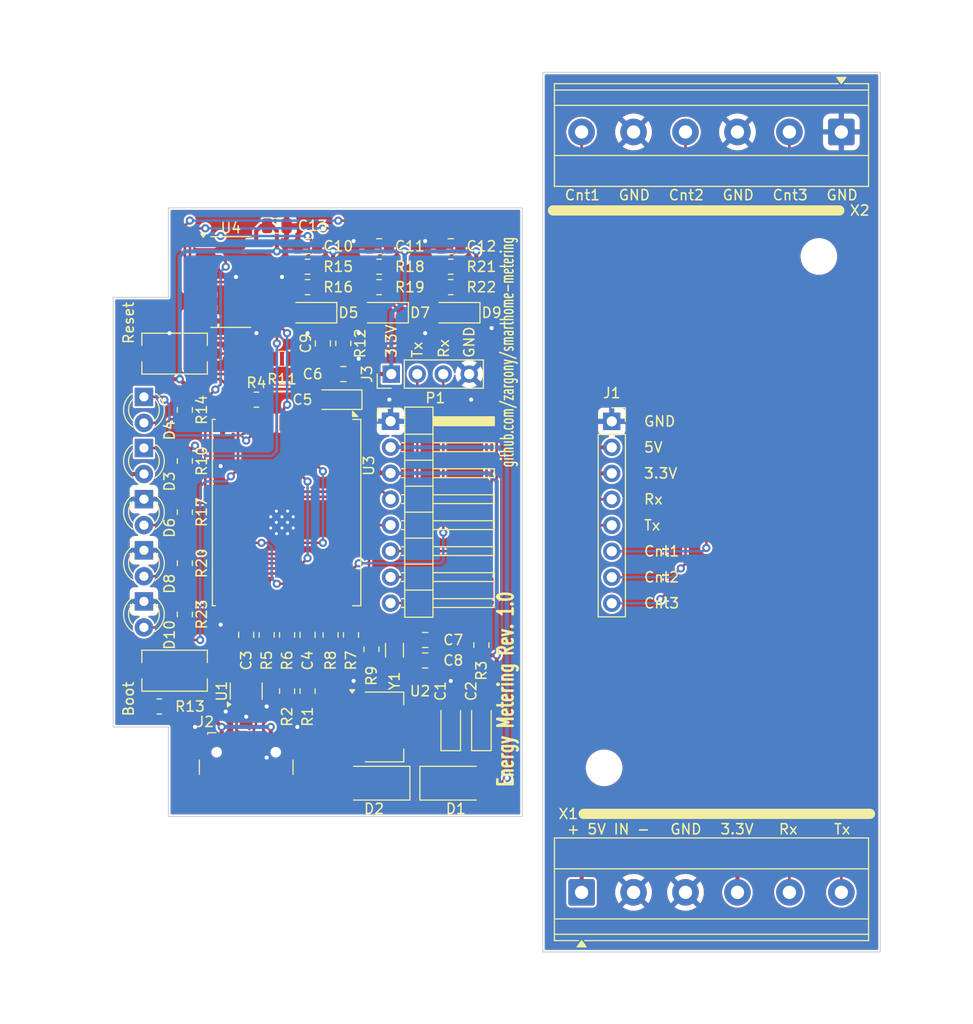
<source format=kicad_pcb>
(kicad_pcb (version 20241229) (generator "pcbnew") (generator_version "9.0")
  (title_block (title "Smart Home Energy Metering") (date "2025-06-27") (rev "1.0") (comment 1 "https://github.com/zargony/smarthome-metering") (comment 2 "PCB for Camdenboss CNMB-2-2 DIN rail enclosure"))
  (layers (0 "F.Cu" signal) (2 "B.Cu" power) (13 "F.Paste" user) (15 "B.Paste" user) (5 "F.SilkS" user "F.Silkscreen") (7 "B.SilkS" user "B.Silkscreen") (1 "F.Mask" user) (3 "B.Mask" user) (25 "Edge.Cuts" user))
  (net 0 "")
  (net 1 "GND")
  (net 2 "+3.3V")
  (net 3 "/CONTACT1")
  (net 4 "/CONTACT2")
  (net 5 "/CONTACT3")
  (net 6 "/UART_TX")
  (net 7 "/UART_RX")
  (net 8 "+5V")
  (net 9 "/USB_D-")
  (net 10 "/USB_D+")
  (net 11 "/EN")
  (net 12 "Net-(C8-Pad1)")
  (net 13 "Net-(C7-Pad1)")
  (net 14 "Net-(D7-K)")
  (net 15 "Net-(D9-K)")
  (net 16 "Net-(D3-K)")
  (net 17 "Net-(D4-A)")
  (net 18 "/IO8")
  (net 19 "Net-(D6-A)")
  (net 20 "Net-(D5-K)")
  (net 21 "Net-(D8-A)")
  (net 22 "Net-(D10-A)")
  (net 23 "Net-(R10-Pad1)")
  (net 24 "/PROG_TX")
  (net 25 "/PROG_RX")
  (net 26 "Net-(U3-IO2)")
  (net 27 "Net-(U3-IO7)")
  (net 28 "Net-(U3-IO18)")
  (net 29 "Net-(U3-IO19)")
  (net 30 "Net-(R11-Pad1)")
  (net 31 "/XTAL_32K+")
  (net 32 "/XTAL_32K-")
  (net 33 "/IO9")
  (net 35 "/IO3")
  (net 36 "/IO4")
  (net 37 "/IO5")
  (net 40 "/VIN")
  (net 41 "/VBUS")
  (net 42 "Net-(J1-Pin_5)")
  (net 43 "Net-(J1-Pin_3)")
  (net 44 "Net-(J1-Pin_4)")
  (net 45 "Net-(J1-Pin_2)")
  (net 46 "Net-(J1-Pin_7)")
  (net 47 "Net-(J1-Pin_6)")
  (net 48 "Net-(J1-Pin_8)")
  (net 49 "GND1")
  (net 50 "Net-(J2-D--PadA7)")
  (net 51 "Net-(J2-CC1)")
  (net 54 "Net-(J2-D+-PadA6)")
  (net 55 "Net-(J2-CC2)")
  (footprint "Package_TO_SOT_SMD:SOT-223-3_TabPin2" (layer "F.Cu") (at 68 121)
    (property "Reference" "U2")
    (property "Value" "AMS1117-3.3")
  )
  (footprint "Resistor_SMD:R_0805_2012Metric" (layer "F.Cu") (at 67.5 76 180)
    (property "Reference" "R18")
    (property "Value" "10k")
  )
  (footprint "Connector_PinHeader_2.54mm:PinHeader_1x08_P2.54mm_Horizontal" (layer "F.Cu") (at 68.615 91.11)
    (property "Reference" "P1")
    (property "Value" "Conn_01x08")
  )
  (footprint "Resistor_SMD:R_0805_2012Metric" (layer "F.Cu") (at 66.75 113.4125 90)
    (property "Reference" "R9")
    (property "Value" "NC")
  )
  (footprint "Resistor_SMD:R_0805_2012Metric" (layer "F.Cu") (at 55.5 89)
    (property "Reference" "R4")
    (property "Value" "499")
  )
  (footprint "Button_Switch_SMD:SW_Tactile_SPST_NO_Straight_CK_PTS636Sx25SMTRLFS" (layer "F.Cu") (at 47.5 115.5)
    (property "Reference" "SW2" (hide yes))
    (property "Value" "Boot")
  )
  (footprint "Resistor_SMD:R_0805_2012Metric" (layer "F.Cu") (at 60.5 117.5 90)
    (property "Reference" "R1")
    (property "Value" "5k1")
  )
  (footprint "Resistor_SMD:R_0805_2012Metric" (layer "F.Cu") (at 48.5 100 -90)
    (property "Reference" "R17")
    (property "Value" "1k")
  )
  (footprint "Package_SO:SOIC-14_3.9x8.7mm_P1.27mm" (layer "F.Cu") (at 53 77.5)
    (property "Reference" "U4")
    (property "Value" "74HC14")
  )
  (footprint "Button_Switch_SMD:SW_Tactile_SPST_NO_Straight_CK_PTS636Sx25SMTRLFS" (layer "F.Cu") (at 47.5 84.5 180)
    (property "Reference" "SW1" (hide yes))
    (property "Value" "Reset")
  )
  (footprint "MountingHole:MountingHole_3.2mm_M3" (layer "F.Cu") (at 89.5 125)
    (property "Reference" "H1" (hide yes))
    (property "Value" "MountingHole" (hide yes))
  )
  (footprint "Resistor_SMD:R_0805_2012Metric" (layer "F.Cu") (at 60.5 78)
    (property "Reference" "R16")
    (property "Value" "10k")
  )
  (footprint "Capacitor_Tantalum_SMD:CP_EIA-3216-18_Kemet-A" (layer "F.Cu") (at 74.5 121 90)
    (property "Reference" "C1")
    (property "Value" "10u")
  )
  (footprint "Diode_SMD:D_SOD-123" (layer "F.Cu") (at 75 80.5 180)
    (property "Reference" "D9")
    (property "Value" "1N4148W")
  )
  (footprint "Resistor_SMD:R_0805_2012Metric" (layer "F.Cu") (at 74.5 78)
    (property "Reference" "R22")
    (property "Value" "10k")
  )
  (footprint "RF_Module:ESP32-C3-WROOM-02U" (layer "F.Cu") (at 58.2 100.04 -90)
    (property "Reference" "U3")
    (property "Value" "ESP32-C3-WROOM-02U")
  )
  (footprint "Capacitor_SMD:C_0805_2012Metric" (layer "F.Cu") (at 60.5 112 90)
    (property "Reference" "C4")
    (property "Value" "TBD")
  )
  (footprint "Connector_PinSocket_2.54mm:PinSocket_1x08_P2.54mm_Vertical" (layer "F.Cu") (at 90.25 91.125)
    (property "Reference" "J1")
    (property "Value" "Conn_01x08")
  )
  (footprint "Resistor_SMD:R_0805_2012Metric" (layer "F.Cu") (at 74.5 76 180)
    (property "Reference" "R21")
    (property "Value" "10k")
  )
  (footprint "Capacitor_SMD:C_0805_2012Metric" (layer "F.Cu") (at 54.5 112 90)
    (property "Reference" "C3")
    (property "Value" "TBD")
  )
  (footprint "Resistor_SMD:R_0805_2012Metric" (layer "F.Cu") (at 58 85)
    (property "Reference" "R11")
    (property "Value" "0")
  )
  (footprint "MountingHole:MountingHole_3.2mm_M3" (layer "F.Cu") (at 110.5 75)
    (property "Reference" "H2" (hide yes))
    (property "Value" "MountingHole" (hide yes))
  )
  (footprint "Capacitor_SMD:C_0805_2012Metric" (layer "F.Cu") (at 64 86.5 180)
    (property "Reference" "C6")
    (property "Value" "100n")
  )
  (footprint "Capacitor_SMD:C_0805_2012Metric" (layer "F.Cu") (at 72 114.5)
    (property "Reference" "C8")
    (property "Value" "12p")
  )
  (footprint "LED_THT:LED_D3.0mm" (layer "F.Cu") (at 44.5 93.73 -90)
    (property "Reference" "D3")
    (property "Value" "LED")
  )
  (footprint "Diode_SMD:D_SOD-123" (layer "F.Cu") (at 68 80.5 180)
    (property "Reference" "D7")
    (property "Value" "1N4148W")
  )
  (footprint "LED_THT:LED_D3.0mm" (layer "F.Cu") (at 44.5 88.73 -90)
    (property "Reference" "D4")
    (property "Value" "LED")
  )
  (footprint "Resistor_SMD:R_0805_2012Metric" (layer "F.Cu") (at 58.5 112 90)
    (property "Reference" "R6")
    (property "Value" "0")
  )
  (footprint "Diode_SMD:D_SMA" (layer "F.Cu") (at 67 126.5 180)
    (property "Reference" "D2")
    (property "Value" "SS12")
  )
  (footprint "Resistor_SMD:R_0805_2012Metric" (layer "F.Cu") (at 58.5 117.5 90)
    (property "Reference" "R2")
    (property "Value" "5k1")
  )
  (footprint "Capacitor_SMD:C_0805_2012Metric" (layer "F.Cu") (at 72 112.5)
    (property "Reference" "C7")
    (property "Value" "12p")
  )
  (footprint "Resistor_SMD:R_0805_2012Metric" (layer "F.Cu") (at 48.5 95 -90)
    (property "Reference" "R10")
    (property "Value" "1k")
  )
  (footprint "Resistor_SMD:R_0805_2012Metric" (layer "F.Cu") (at 64 83.5 -90)
    (property "Reference" "R12")
    (property "Value" "10k")
  )
  (footprint "TerminalBlock_Phoenix:TerminalBlock_Phoenix_MKDS-1,5-6-5.08_1x06_P5.08mm_Horizontal" (layer "F.Cu") (at 112.7 62.8275 180)
    (property "Reference" "X2")
    (property "Value" "Screw_Terminal_01x06")
  )
  (footprint "Package_TO_SOT_SMD:SOT-23-6" (layer "F.Cu") (at 54.5 117.5 90)
    (property "Reference" "U1")
    (property "Value" "USBLC6-2SC6")
  )
  (footprint "Connector_PinHeader_2.54mm:PinHeader_1x04_P2.54mm_Vertical" (layer "F.Cu") (at 68.69 86.5 90)
    (property "Reference" "J3")
    (property "Value" "Prog")
  )
  (footprint "Capacitor_SMD:C_0805_2012Metric" (layer "F.Cu") (at 74.5 74 180)
    (property "Reference" "C12")
    (property "Value" "100n")
  )
  (footprint "Resistor_SMD:R_0805_2012Metric" (layer "F.Cu") (at 48.5 90 -90)
    (property "Reference" "R14")
    (property "Value" "1k")
  )
  (footprint "Resistor_SMD:R_0805_2012Metric" (layer "F.Cu") (at 67.5 78)
    (property "Reference" "R19")
    (property "Value" "10k")
  )
  (footprint "Resistor_SMD:R_0805_2012Metric" (layer "F.Cu") (at 62.75 112 -90)
    (property "Reference" "R8")
    (property "Value" "0")
  )
  (footprint "TerminalBlock_Phoenix:TerminalBlock_Phoenix_MKDS-1,5-6-5.08_1x06_P5.08mm_Horizontal" (layer "F.Cu") (at 87.3 137.1725)
    (property "Reference" "X1")
    (property "Value" "Screw_Terminal_01x06")
  )
  (footprint "Capacitor_Tantalum_SMD:CP_EIA-3216-18_Kemet-A" (layer "F.Cu") (at 77.5 121 90)
    (property "Reference" "C2")
    (property "Value" "22u")
  )
  (footprint "Resistor_SMD:R_0805_2012Metric" (layer "F.Cu") (at 48.5 105 -90)
    (property "Reference" "R20")
    (property "Value" "1k")
  )
  (footprint "LED_THT:LED_D3.0mm" (layer "F.Cu") (at 44.5 103.73 -90)
    (property "Reference" "D8")
    (property "Value" "LED")
  )
  (footprint "Resistor_SMD:R_0805_2012Metric" (layer "F.Cu") (at 46 119)
    (property "Reference" "R13")
    (property "Value" "10k")
  )
  (footprint "Capacitor_SMD:C_0805_2012Metric" (layer "F.Cu") (at 67.5 74 180)
    (property "Reference" "C11")
    (property "Value" "100n")
  )
  (footprint "Resistor_SMD:R_0805_2012Metric" (layer "F.Cu") (at 64.75 112 -90)
    (property "Reference" "R7")
    (property "Value" "0")
  )
  (footprint "Capacitor_SMD:C_0805_2012Metric" (layer "F.Cu") (at 62 83.5 90)
    (property "Reference" "C9")
    (property "Value" "1u")
  )
  (footprint "Diode_SMD:D_SOD-123" (layer "F.Cu") (at 61 80.5 180)
    (property "Reference" "D5")
    (property "Value" "1N4148W")
  )
  (footprint "Connector_USB:USB_C_Receptacle_GCT_USB4110" (layer "F.Cu") (at 54.5 126.08)
    (property "Reference" "J2")
    (property "Value" "USB_C_Receptacle_USB2.0_16P")
  )
  (footprint "Crystal:Crystal_SMD_3215-2Pin_3.2x1.5mm" (layer "F.Cu") (at 69 113.5 -90)
    (property "Reference" "Y1")
    (property "Value" "32.768kHz")
  )
  (footprint "Capacitor_Tantalum_SMD:CP_EIA-3216-18_Kemet-A" (layer "F.Cu") (at 63.5 89 180)
    (property "Reference" "C5")
    (property "Value" "10u")
  )
  (footprint "Resistor_SMD:R_0805_2012Metric" (layer "F.Cu") (at 48.5 110 -90)
    (property "Reference" "R23")
    (property "Value" "1k")
  )
  (footprint "Resistor_SMD:R_0805_2012Metric" (layer "F.Cu") (at 60.5 76 180)
    (property "Reference" "R15")
    (property "Value" "10k")
  )
  (footprint "Capacitor_SMD:C_0805_2012Metric" (layer "F.Cu") (at 60.5 74 180)
    (property "Reference" "C10")
    (property "Value" "100n")
  )
  (footprint "Resistor_SMD:R_0805_2012Metric" (layer "F.Cu") (at 56.5 112 90)
    (property "Reference" "R5")
    (property "Value" "0")
  )
  (footprint "Diode_SMD:D_SMA" (layer "F.Cu") (at 75 126.5)
    (property "Reference" "D1")
    (property "Value" "SS12")
  )
  (footprint "Resistor_SMD:R_0805_2012Metric" (layer "F.Cu") (at 77.5 113 90)
    (property "Reference" "R3")
    (property "Value" "10k")
  )
  (footprint "LED_THT:LED_D3.0mm" (layer "F.Cu") (at 44.5 98.73 -90)
    (property "Reference" "D6")
    (property "Value" "LED")
  )
  (footprint "LED_THT:LED_D3.0mm" (layer "F.Cu") (at 44.5 108.73 -90)
    (property "Reference" "D10")
    (property "Value" "LED")
  )
  (footprint "Capacitor_SMD:C_0805_2012Metric" (layer "F.Cu") (at 57.5 72)
    (property "Reference" "C13")
    (property "Value" "100n")
  )
  (gr_line (start 84.5 70.5) (end 112.5 70.5) (stroke (width 1)) (layer "F.SilkS"))
  (gr_line (start 87.5 129.5) (end 115.5 129.5) (stroke (width 1)) (layer "F.SilkS"))
  (gr_line (start 83.5 143) (end 83.5 57) (stroke (width 0.1)) (layer "Edge.Cuts"))
  (gr_line (start 46.9 79) (end 41.5 79) (stroke (width 0.1)) (layer "Edge.Cuts"))
  (gr_line (start 81.5 129.75) (end 46.9 129.75) (stroke (width 0.1)) (layer "Edge.Cuts"))
  (gr_line (start 46.9 70.25) (end 81.5 70.25) (stroke (width 0.1)) (layer "Edge.Cuts"))
  (gr_line (start 116.5 143) (end 83.5 143) (stroke (width 0.1)) (layer "Edge.Cuts"))
  (gr_line (start 46.9 79) (end 46.9 70.25) (stroke (width 0.1)) (layer "Edge.Cuts"))
  (gr_line (start 46.9 121) (end 46.9 129.75) (stroke (width 0.1)) (layer "Edge.Cuts"))
  (gr_line (start 41.5 79) (end 41.5 121) (stroke (width 0.1)) (layer "Edge.Cuts"))
  (gr_line (start 41.5 121) (end 46.9 121) (stroke (width 0.1)) (layer "Edge.Cuts"))
  (gr_line (start 83.5 57) (end 116.5 57) (stroke (width 0.1)) (layer "Edge.Cuts"))
  (gr_line (start 81.5 70.25) (end 81.5 129.75) (stroke (width 0.1)) (layer "Edge.Cuts"))
  (gr_line (start 116.5 57) (end 116.5 143) (stroke (width 0.1)) (layer "Edge.Cuts"))
  (gr_text "GND" (at 76.31 85 90) (layer "F.SilkS") (effects (font (size 1 1)) (justify left)))
  (gr_text "Tx" (at 71.23 85 90) (layer "F.SilkS") (effects (font (size 1 1)) (justify left)))
  (gr_text "Tx" (at 112.776 131 0) (layer "F.SilkS") (effects (font (size 1 1))))
  (gr_text "Cnt3" (at 107.696 69 0) (layer "F.SilkS") (effects (font (size 1 1))))
  (gr_text "GND" (at 97.5 131 0) (layer "F.SilkS") (effects (font (size 1 1))))
  (gr_text "3.3V" (at 102.5 131 0) (layer "F.SilkS") (effects (font (size 1 1))))
  (gr_text "Cnt1" (at 87.376 69 0) (layer "F.SilkS") (effects (font (size 1 1))))
  (gr_text "Cnt2" (at 97.536 69 0) (layer "F.SilkS") (effects (font (size 1 1))))
  (gr_text "github.com/zargony/smarthome-metering" (at 80.75 73 90) (layer "F.SilkS") (effects (font (size 1.25 0.7) (thickness 0.15) (bold yes)) (justify right bottom)))
  (gr_text "GND" (at 112.776 69 0) (layer "F.SilkS") (effects (font (size 1 1))))
  (gr_text "Cnt3" (at 93.311 108.905 0) (layer "F.SilkS") (effects (font (size 1 1)) (justify left)))
  (gr_text "Energy Metering Rev. ${REVISION}" (at 80.75 127 90) (layer "F.SilkS") (effects (font (size 1.5 1) (thickness 0.25) (bold yes)) (justify left bottom)))
  (gr_text "Rx" (at 107.5 131 0) (layer "F.SilkS") (effects (font (size 1 1))))
  (gr_text "3.3V" (at 68.69 85 90) (layer "F.SilkS") (effects (font (size 1 1)) (justify left)))
  (gr_text "Rx" (at 73.825 85 90) (layer "F.SilkS") (effects (font (size 1 1)) (justify left)))
  (gr_text "Tx" (at 93.311 101.285 0) (layer "F.SilkS") (effects (font (size 1 1)) (justify left)))
  (gr_text "Rx" (at 93.311 98.745 0) (layer "F.SilkS") (effects (font (size 1 1)) (justify left)))
  (gr_text "Cnt1" (at 93.311 103.825 0) (layer "F.SilkS") (effects (font (size 1 1)) (justify left)))
  (gr_text "GND" (at 93.311 91.125 0) (layer "F.SilkS") (effects (font (size 1 1)) (justify left)))
  (gr_text "GND" (at 102.616 69 0) (layer "F.SilkS") (effects (font (size 1 1))))
  (gr_text "5V" (at 93.311 93.665 0) (layer "F.SilkS") (effects (font (size 1 1)) (justify left)))
  (gr_text "GND" (at 92.456 69 0) (layer "F.SilkS") (effects (font (size 1 1))))
  (gr_text "Cnt2" (at 93.311 106.365 0) (layer "F.SilkS") (effects (font (size 1 1)) (justify left)))
  (gr_text "+ 5V IN -" (at 89.916 131 0) (layer "F.SilkS") (effects (font (size 1 1))))
  (gr_text "3.3V" (at 93.311 96.205 0) (layer "F.SilkS") (effects (font (size 1 1)) (justify left)))
  (segment (start 49.965 122.4) (end 49.39 122.975) (width 0.4) (layer "F.Cu") (net 1))
  (segment (start 57.7 122.4) (end 59.035 122.4) (width 0.4) (layer "F.Cu") (net 1))
  (segment (start 59.035 122.4) (end 59.61 122.975) (width 0.4) (layer "F.Cu") (net 1))
  (segment (start 59.5 122.865) (end 59.5 121) (width 0.4) (layer "F.Cu") (net 1))
  (segment (start 54.5 118.6375) (end 54.5 120) (width 0.4) (layer "F.Cu") (net 1))
  (segment (start 51.3 122.4) (end 49.965 122.4) (width 0.4) (layer "F.Cu") (net 1))
  (segment (start 59.61 122.975) (end 59.5 122.865) (width 0.4) (layer "F.Cu") (net 1))
  (segment (start 49.39 122.975) (end 49.39 126.905) (width 0.4) (layer "F.Cu") (net 1))
  (via (at 49.5 121) (size 0.8) (drill 0.4) (layers "F.Cu" "B.Cu") (net 1))
  (via (at 65.5 85) (size 0.8) (drill 0.4) (layers "F.Cu" "B.Cu") (net 1))
  (via (at 74.5 116.5) (size 0.8) (drill 0.4) (layers "F.Cu" "B.Cu") (net 1))
  (via (at 59.5 121) (size 0.8) (drill 0.4) (layers "F.Cu" "B.Cu") (net 1))
  (via (at 65 73.5) (size 0.8) (drill 0.4) (layers "F.Cu" "B.Cu") (net 1))
  (via (at 52.5 119.5) (size 0.8) (drill 0.4) (layers "F.Cu" "B.Cu") (net 1))
  (via (at 53.5 77) (size 0.8) (drill 0.4) (layers "F.Cu" "B.Cu") (net 1))
  (via (at 68.5 89) (size 0.8) (drill 0.4) (layers "F.Cu" "B.Cu") (net 1))
  (via (at 54.5 120) (size 0.8) (drill 0.4) (layers "F.Cu" "B.Cu") (net 1))
  (via (at 52 95.5) (size 0.8) (drill 0.4) (layers "F.Cu" "B.Cu") (net 1))
  (via (at 72 82.5) (size 0.8) (drill 0.4) (layers "F.Cu" "B.Cu") (net 1))
  (via (at 58 77) (size 0.8) (drill 0.4) (layers "F.Cu" "B.Cu") (net 1))
  (via (at 65.5 82.5) (size 0.8) (drill 0.4) (layers "F.Cu" "B.Cu") (net 1))
  (via (at 65 116.5) (size 0.8) (drill 0.4) (layers "F.Cu" "B.Cu") (net 1))
  (via (at 72 73.5) (size 0.8) (drill 0.4) (layers "F.Cu" "B.Cu") (net 1))
  (via (at 60.5 82.5) (size 0.8) (drill 0.4) (layers "F.Cu" "B.Cu") (net 1))
  (via (at 47 82.5) (size 0.8) (drill 0.4) (layers "F.Cu" "B.Cu") (net 1))
  (via (at 55.5 82.5) (size 0.8) (drill 0.4) (layers "F.Cu" "B.Cu") (net 1))
  (via (at 56.5 119) (size 0.8) (drill 0.4) (layers "F.Cu" "B.Cu") (net 1))
  (via (at 56.5 124) (size 0.8) (drill 0.4) (layers "F.Cu" "B.Cu") (net 1))
  (via (at 52 111) (size 0.8) (drill 0.4) (layers "F.Cu" "B.Cu") (net 1))
  (via (at 78.5 82) (size 0.8) (drill 0.4) (layers "F.Cu" "B.Cu") (net 1))
  (via (at 76.5 89) (size 0.8) (drill 0.4) (layers "F.Cu" "B.Cu") (net 1))
  (segment (start 67.69 96.19) (end 67 95.5) (width 0.4) (layer "F.Cu") (net 2))
  (segment (start 69.5 76) (end 68.4125 76) (width 0.4) (layer "F.Cu") (net 2))
  (segment (start 71.15 121) (end 75.5 121) (width 0.4) (layer "F.Cu") (net 2))
  (segment (start 48.5 89.0875) (end 48.5 87.5) (width 0.4) (layer "F.Cu") (net 2))
  (segment (start 77.5 122.3525) (end 76.8525 122.3525) (width 0.4) (layer "F.Cu") (net 2))
  (segment (start 77.5875 114) (end 77.5 113.9125) (width 0.4) (layer "F.Cu") (net 2))
  (segment (start 64 77.5) (end 62.5 76) (width 0.4) (layer "F.Cu") (net 2))
  (segment (start 64 82.5875) (end 64 77.5) (width 0.4) (layer "F.Cu") (net 2))
  (segment (start 76.5 76) (end 75.4125 76) (width 0.4) (layer "F.Cu") (net 2))
  (segment (start 77 75.5) (end 76.5 76) (width 0.4) (layer "F.Cu") (net 2))
  (segment (start 79 121.5) (end 78.1475 122.3525) (width 0.4) (layer "F.Cu") (net 2))
  (segment (start 48 87) (end 43 87) (width 0.4) (layer "F.Cu") (net 2))
  (segment (start 76.8525 122.3525) (end 75.5 121) (width 0.4) (layer "F.Cu") (net 2))
  (segment (start 68.615 96.19) (end 67.69 96.19) (width 0.4) (layer "F.Cu") (net 2))
  (segment (start 63 74.5) (end 63 75.5) (width 0.4) (layer "F.Cu") (net 2))
  (segment (start 78.1475 122.3525) (end 77.5 122.3525) (width 0.4) (layer "F.Cu") (net 2))
  (segment (start 43 87) (end 42.5 87.5) (width 0.4) (layer "F.Cu") (net 2))
  (segment (start 67 95.5) (end 67 86.5) (width 0.4) (layer "F.Cu") (net 2))
  (segment (start 57 72) (end 57.5 72.5) (width 0.4) (layer "F.Cu") (net 2))
  (segment (start 42.5 118.5) (end 43 119) (width 0.4) (layer "F.Cu") (net 2))
  (segment (start 63 75.5) (end 62.5 76) (width 0.4) (layer "F.Cu") (net 2))
  (segment (start 64.95 88.9025) (end 64.8525 89) (width 0.4) (layer "F.Cu") (net 2))
  (segment (start 64.85 121) (end 71.15 121) (width 0.4) (layer "F.Cu") (net 2))
  (segment (start 61.4125 76) (end 62.5 76) (width 0.4) (layer "F.Cu") (net 2))
  (segment (start 70 75.5) (end 69.5 76) (width 0.4) (layer "F.Cu") (net 2))
  (segment (start 42.5 87.5) (end 42.5 118.5) (width 0.4) (layer "F.Cu") (net 2))
  (segment (start 64.95 86.5) (end 64.95 88.9025) (width 0.4) (layer "F.Cu") (net 2))
  (segment (start 55.475 73.69) (end 55.475 72.525) (width 0.4) (layer "F.Cu") (net 2))
  (segment (start 79 114) (end 77.5875 114) (width 0.4) (layer "F.Cu") (net 2))
  (segment (start 56.55 72) (end 57 72) (width 0.4) (layer "F.Cu") (net 2))
  (segment (start 79 114) (end 79 121.5) (width 0.4) (layer "F.Cu") (net 2))
  (segment (start 48.5 87.5) (end 48 87) (width 0.4) (layer "F.Cu") (net 2))
  (segment (start 57.5 72.5) (end 57.5 74.5) (width 0.4) (layer "F.Cu") (net 2))
  (segment (start 56 72) (end 56.55 72) (width 0.4) (layer "F.Cu") (net 2))
  (segment (start 44.5 96.27) (end 42.5 96.27) (width 0.4) (layer "F.Cu") (net 2))
  (segment (start 70 74.5) (end 70 75.5) (width 0.4) (layer "F.Cu") (net 2))
  (segment (start 43 119) (end 45.0875 119) (width 0.4) (layer "F.Cu") (net 2))
  (segment (start 64.8525 90.6375) (end 64.2 91.29) (width 0.4) (layer "F.Cu") (net 2))
  (segment (start 67 86.5) (end 68.69 86.5) (width 0.4) (layer "F.Cu") (net 2))
  (segment (start 64.8525 89) (end 64.8525 90.6375) (width 0.4) (layer "F.Cu") (net 2))
  (segment (start 64.95 86.5) (end 67 86.5) (width 0.4) (layer "F.Cu") (net 2))
  (segment (start 55.475 72.525) (end 56 72) (width 0.4) (layer "F.Cu") (net 2))
  (segment (start 77 74.5) (end 77 75.5) (width 0.4) (layer "F.Cu") (net 2))
  (via (at 57.5 74.5) (size 0.8) (drill 0.4) (layers "F.Cu" "B.Cu") (net 2))
  (via (at 79 114) (size 0.8) (drill 0.4) (layers "F.Cu" "B.Cu") (net 2))
  (via (at 70 74.5) (size 0.8) (drill 0.4) (layers "F.Cu" "B.Cu") (net 2))
  (via (at 63 74.5) (size 0.8) (drill 0.4) (layers "F.Cu" "B.Cu") (net 2))
  (via (at 48 87) (size 0.8) (drill 0.4) (layers "F.Cu" "B.Cu") (net 2))
  (via (at 77 74.5) (size 0.8) (drill 0.4) (layers "F.Cu" "B.Cu") (net 2))
  (segment (start 68.69 86.5) (end 68.69 80.5) (width 0.4) (layer "B.Cu") (net 2))
  (segment (start 48 75) (end 48 87) (width 0.4) (layer "B.Cu") (net 2))
  (segment (start 78.19 96.19) (end 79 97) (width 0.4) (layer "B.Cu") (net 2))
  (segment (start 79 97) (end 79 114) (width 0.4) (layer "B.Cu") (net 2))
  (segment (start 63 74.5) (end 57.5 74.5) (width 0.4) (layer "B.Cu") (net 2))
  (segment (start 57.5 74.5) (end 48.5 74.5) (width 0.4) (layer "B.Cu") (net 2))
  (segment (start 70 74.5) (end 77 74.5) (width 0.4) (layer "B.Cu") (net 2))
  (segment (start 68.615 96.19) (end 78.19 96.19) (width 0.4) (layer "B.Cu") (net 2))
  (segment (start 48.5 74.5) (end 48 75) (width 0.4) (layer "B.Cu") (net 2))
  (segment (start 68.69 80.5) (end 70 79.5) (width 0.4) (layer "B.Cu") (net 2))
  (segment (start 70 79.5) (end 70 74.5) (width 0.4) (layer "B.Cu") (net 2))
  (segment (start 63 74.5) (end 70 74.5) (width 0.4) (layer "B.Cu") (net 2))
  (segment (start 59.5875 78) (end 59.5875 79.4125) (width 0.25) (layer "F.Cu") (net 3))
  (segment (start 77.5 84) (end 65.5 84) (width 0.25) (layer "F.Cu") (net 3))
  (segment (start 59.35 82.85) (end 60 83.5) (width 0.25) (layer "F.Cu") (net 3))
  (segment (start 78 84.5) (end 77.5 84) (width 0.25) (layer "F.Cu") (net 3))
  (segment (start 59.35 80.5) (end 59.35 82.85) (width 0.25) (layer "F.Cu") (net 3))
  (segment (start 68.615 103.81) (end 77.69 103.81) (width 0.25) (layer "F.Cu") (net 3))
  (segment (start 65.5 84) (end 65 83.5) (width 0.25) (layer "F.Cu") (net 3))
  (segment (start 59.5875 79.4125) (end 59.35 79.65) (width 0.25) (layer "F.Cu") (net 3))
  (segment (start 59.35 79.65) (end 59.35 80.5) (width 0.25) (layer "F.Cu") (net 3))
  (segment (start 78 103.5) (end 78 84.5) (width 0.25) (layer "F.Cu") (net 3))
  (segment (start 77.69 103.81) (end 78 103.5) (width 0.25) (layer "F.Cu") (net 3))
  (segment (start 65 83.5) (end 60 83.5) (width 0.25) (layer "F.Cu") (net 3))
  (segment (start 59.5875 76) (end 59.5875 78) (width 0.25) (layer "F.Cu") (net 3))
  (segment (start 66.5875 79.4125) (end 66.35 79.65) (width 0.25) (layer "F.Cu") (net 4))
  (segment (start 66.5875 78) (end 66.5875 79.4125) (width 0.25) (layer "F.Cu") (net 4))
  (segment (start 66.5875 76) (end 66.5875 78) (width 0.25) (layer "F.Cu") (net 4))
  (segment (start 78.15 106.35) (end 78.5 106) (width 0.25) (layer "F.Cu") (net 4))
  (segment (start 68.615 106.35) (end 78.15 106.35) (width 0.25) (layer "F.Cu") (net 4))
  (segment (start 78 83.5) (end 67 83.5) (width 0.25) (layer "F.Cu") (net 4))
  (segment (start 66.35 82.85) (end 67 83.5) (width 0.25) (layer "F.Cu") (net 4))
  (segment (start 66.35 80.5) (end 66.35 82.85) (width 0.25) (layer "F.Cu") (net 4))
  (segment (start 78.5 84) (end 78 83.5) (width 0.25) (layer "F.Cu") (net 4))
  (segment (start 66.35 79.65) (end 66.35 80.5) (width 0.25) (layer "F.Cu") (net 4))
  (segment (start 78.5 106) (end 78.5 84) (width 0.25) (layer "F.Cu") (net 4))
  (segment (start 73.35 82.35) (end 74 83) (width 0.25) (layer "F.Cu") (net 5))
  (segment (start 73.35 80.5) (end 73.35 82.35) (width 0.25) (layer "F.Cu") (net 5))
  (segment (start 73.35 79.65) (end 73.35 80.5) (width 0.25) (layer "F.Cu") (net 5))
  (segment (start 68.615 108.89) (end 78.61 108.89) (width 0.25) (layer "F.Cu") (net 5))
  (segment (start 79 83.5) (end 78.5 83) (width 0.25) (layer "F.Cu") (net 5))
  (segment (start 78.5 83) (end 74 83) (width 0.25) (layer "F.Cu") (net 5))
  (segment (start 79 108.5) (end 79 83.5) (width 0.25) (layer "F.Cu") (net 5))
  (segment (start 73.5875 78) (end 73.5875 76) (width 0.25) (layer "F.Cu") (net 5))
  (segment (start 73.5875 78) (end 73.5875 79.4125) (width 0.25) (layer "F.Cu") (net 5))
  (segment (start 78.61 108.89) (end 79 108.5) (width 0.25) (layer "F.Cu") (net 5))
  (segment (start 73.5875 79.4125) (end 73.35 79.65) (width 0.25) (layer "F.Cu") (net 5))
  (segment (start 51.5 98.5) (end 51 98) (width 0.25) (layer "F.Cu") (net 6))
  (segment (start 66 100.77) (end 66 99) (width 0.25) (layer "F.Cu") (net 6))
  (segment (start 51 98) (end 51 89.5) (width 0.25) (layer "F.Cu") (net 6))
  (segment (start 68.615 101.27) (end 66.5 101.27) (width 0.25) (layer "F.Cu") (net 6))
  (segment (start 66.5 101.27) (end 66 100.77) (width 0.25) (layer "F.Cu") (net 6))
  (segment (start 51.5 89) (end 54.5875 89) (width 0.25) (layer "F.Cu") (net 6))
  (segment (start 66 99) (end 65.5 98.5) (width 0.25) (layer "F.Cu") (net 6))
  (segment (start 51 89.5) (end 51.5 89) (width 0.25) (layer "F.Cu") (net 6))
  (segment (start 65.5 98.5) (end 51.5 98.5) (width 0.25) (layer "F.Cu") (net 6))
  (segment (start 58 80.54) (end 57.5 80.04) (width 0.25) (layer "F.Cu") (net 7))
  (segment (start 58.2 91.29) (end 58.2 97.2) (width 0.25) (layer "F.Cu") (net 7))
  (segment (start 67.885 98) (end 68.615 98.73) (width 0.25) (layer "F.Cu") (net 7))
  (segment (start 58.2 89.8) (end 58.5 89.5) (width 0.25) (layer "F.Cu") (net 7))
  (segment (start 58.5 82.5) (end 58 82) (width 0.25) (layer "F.Cu") (net 7))
  (segment (start 57.5 80.04) (end 55.475 80.04) (width 0.25) (layer "F.Cu") (net 7))
  (segment (start 59 98) (end 67.885 98) (width 0.25) (layer "F.Cu") (net 7))
  (segment (start 58 82) (end 58 80.54) (width 0.25) (layer "F.Cu") (net 7))
  (segment (start 58.2 97.2) (end 59 98) (width 0.25) (layer "F.Cu") (net 7))
  (segment (start 58.2 91.29) (end 58.2 89.8) (width 0.25) (layer "F.Cu") (net 7))
  (via (at 58.5 89.5) (size 0.8) (drill 0.4) (layers "F.Cu" "B.Cu") (net 7))
  (via (at 58.5 82.5) (size 0.8) (drill 0.4) (layers "F.Cu" "B.Cu") (net 7))
  (segment (start 58.5 82.5) (end 58.5 89.5) (width 0.25) (layer "B.Cu") (net 7))
  (segment (start 74.5 123.5) (end 74.5 122.3525) (width 0.4) (layer "F.Cu") (net 8))
  (segment (start 73 126.5) (end 73 125) (width 0.4) (layer "F.Cu") (net 8))
  (segment (start 66.8 123.3) (end 67.5 124) (width 0.4) (layer "F.Cu") (net 8))
  (segment (start 67.5 124) (end 72 124) (width 0.4) (layer "F.Cu") (net 8))
  (segment (start 73 125) (end 74.5 123.5) (width 0.4) (layer "F.Cu") (net 8))
  (segment (start 73.6475 122.3525) (end 74.5 122.3525) (width 0.4) (layer "F.Cu") (net 8))
  (segment (start 69 126.5) (end 73 126.5) (width 0.4) (layer "F.Cu") (net 8))
  (segment (start 72 124) (end 73.6475 122.3525) (width 0.4) (layer "F.Cu") (net 8))
  (segment (start 64.85 123.3) (end 66.8 123.3) (width 0.4) (layer "F.Cu") (net 8))
  (segment (start 56.5 114) (end 56.5 112.9125) (width 0.2) (layer "F.Cu") (net 9))
  (segment (start 53.55 115.45) (end 54.5 114.5) (width 0.2) (layer "F.Cu") (net 9))
  (segment (start 56 114.5) (end 56.5 114) (width 0.2) (layer "F.Cu") (net 9))
  (segment (start 56.4625 112.95) (end 56.5 112.9125) (width 0.2) (layer "F.Cu") (net 9))
  (segment (start 54.5 114.5) (end 56 114.5) (width 0.2) (layer "F.Cu") (net 9))
  (segment (start 53.55 116.3625) (end 53.55 115.45) (width 0.2) (layer "F.Cu") (net 9))
  (segment (start 54.5 112.95) (end 56.4625 112.95) (width 0.2) (layer "F.Cu") (net 9))
  (segment (start 58 114.5) (end 58.5 114) (width 0.2) (layer "F.Cu") (net 10))
  (segment (start 60.5 112.95) (end 58.5375 112.95) (width 0.2) (layer "F.Cu") (net 10))
  (segment (start 58.5 114) (end 58.5 112.9125) (width 0.2) (layer "F.Cu") (net 10))
  (segment (start 55.45 116.3625) (end 55.45 115.55) (width 0.2) (layer "F.Cu") (net 10))
  (segment (start 57.5 114.5) (end 58 114.5) (width 0.2) (layer "F.Cu") (net 10))
  (segment (start 55.45 115.55) (end 56 115) (width 0.2) (layer "F.Cu") (net 10))
  (segment (start 58.5375 112.95) (end 58.5 112.9125) (width 0.2) (layer "F.Cu") (net 10))
  (segment (start 56 115) (end 57 115) (width 0.2) (layer "F.Cu") (net 10))
  (segment (start 57 115) (end 57.5 114.5) (width 0.2) (layer "F.Cu") (net 10))
  (segment (start 62.7 90.721) (end 62 90.021) (width 0.25) (layer "F.Cu") (net 11))
  (segment (start 61.444486 90.021) (end 61 89.576514) (width 0.25) (layer "F.Cu") (net 11))
  (segment (start 61 89.576514) (end 61 87) (width 0.25) (layer "F.Cu") (net 11))
  (segment (start 62 84.45) (end 61.55 84.45) (width 0.25) (layer "F.Cu") (net 11))
  (segment (start 64 84.4125) (end 62.0375 84.4125) (width 0.25) (layer "F.Cu") (net 11))
  (segment (start 62.7 91.29) (end 62.7 90.721) (width 0.25) (layer "F.Cu") (net 11))
  (segment (start 61.55 84.45) (end 61 85) (width 0.25) (layer "F.Cu") (net 11))
  (segment (start 62.0375 84.4125) (end 62 84.45) (width 0.25) (layer "F.Cu") (net 11))
  (segment (start 61 87) (end 61 85) (width 0.25) (layer "F.Cu") (net 11))
  (segment (start 58.9125 85) (end 61 85) (width 0.25) (layer "F.Cu") (net 11))
  (segment (start 62 90.021) (end 61.444486 90.021) (width 0.25) (layer "F.Cu") (net 11))
  (segment (start 71.05 114.5) (end 70.8 114.75) (width 0.25) (layer "F.Cu") (net 12))
  (segment (start 64.1625 114.325) (end 62.75 112.9125) (width 0.25) (layer "F.Cu") (net 12))
  (segment (start 69 114.75) (end 68.575 114.325) (width 0.25) (layer "F.Cu") (net 12))
  (segment (start 68.575 114.325) (end 66.75 114.325) (width 0.25) (layer "F.Cu") (net 12))
  (segment (start 66.75 114.325) (end 64.1625 114.325) (width 0.25) (layer "F.Cu") (net 12))
  (segment (start 70.8 114.75) (end 69 114.75) (width 0.25) (layer "F.Cu") (net 12))
  (segment (start 69 112.25) (end 68.75 112.5) (width 0.25) (layer "F.Cu") (net 13))
  (segment (start 66.75 112.5) (end 65.1625 112.5) (width 0.25) (layer "F.Cu") (net 13))
  (segment (start 65.1625 112.5) (end 64.75 112.9125) (width 0.25) (layer "F.Cu") (net 13))
  (segment (start 71.05 112.5) (end 70.8 112.25) (width 0.25) (layer "F.Cu") (net 13))
  (segment (start 68.75 112.5) (end 66.75 112.5) (width 0.25) (layer "F.Cu") (net 13))
  (segment (start 70.8 112.25) (end 69 112.25) (width 0.25) (layer "F.Cu") (net 13))
  (segment (start 68.4125 78) (end 67.5 77.0875) (width 0.25) (layer "F.Cu") (net 14))
  (segment (start 68.4125 79.2625) (end 69.65 80.5) (width 0.25) (layer "F.Cu") (net 14))
  (segment (start 62 72.25) (end 68 72.25) (width 0.25) (layer "F.Cu") (net 14))
  (segment (start 68.45 72.7) (end 68 72.25) (width 0.25) (layer "F.Cu") (net 14))
  (segment (start 49.75 72.25) (end 50.5 72.25) (width 0.25) (layer "F.Cu") (net 14))
  (segment (start 67.5 77.0875) (end 67.5 74.95) (width 0.25) (layer "F.Cu") (net 14))
  (segment (start 49 75.73) (end 49.550001 76.23) (width 0.25) (layer "F.Cu") (net 14))
  (segment (start 49 73) (end 49.75 72.25) (width 0.25) (layer "F.Cu") (net 14))
  (segment (start 68.4125 78) (end 68.4125 79.2625) (width 0.25) (layer "F.Cu") (net 14))
  (segment (start 49 73) (end 49 75.73) (width 0.25) (layer "F.Cu") (net 14))
  (segment (start 67.5 74.95) (end 68.45 74) (width 0.25) (layer "F.Cu") (net 14))
  (segment (start 49.550001 76.23) (end 50.525 76.23) (width 0.25) (layer "F.Cu") (net 14))
  (segment (start 68.45 74) (end 68.45 72.7) (width 0.25) (layer "F.Cu") (net 14))
  (via (at 50.5 72.25) (size 0.8) (drill 0.4) (layers "F.Cu" "B.Cu") (net 14))
  (via (at 62 72.25) (size 0.8) (drill 0.4) (layers "F.Cu" "B.Cu") (net 14))
  (segment (start 62 72.25) (end 50.5 72.25) (width 0.25) (layer "B.Cu") (net 14))
  (segment (start 49 71.5) (end 48.5 72) (width 0.25) (layer "F.Cu") (net 15))
  (segment (start 75.4125 78) (end 74.5 77.0875) (width 0.25) (layer "F.Cu") (net 15))
  (segment (start 49 78.77) (end 50.525 78.77) (width 0.25) (layer "F.Cu") (net 15))
  (segment (start 48.5 72) (end 48.5 78.27) (width 0.25) (layer "F.Cu") (net 15))
  (segment (start 75.4125 78) (end 75.4125 79.2625) (width 0.25) (layer "F.Cu") (net 15))
  (segment (start 74.5 74.95) (end 75.45 74) (width 0.25) (layer "F.Cu") (net 15))
  (segment (start 75.45 71.95) (end 75 71.5) (width 0.25) (layer "F.Cu") (net 15))
  (segment (start 63.5 71.5) (end 75 71.5) (width 0.25) (layer "F.Cu") (net 15))
  (segment (start 48.5 78.27) (end 49 78.77) (width 0.25) (layer "F.Cu") (net 15))
  (segment (start 75.45 74) (end 75.45 71.95) (width 0.25) (layer "F.Cu") (net 15))
  (segment (start 74.5 77.0875) (end 74.5 74.95) (width 0.25) (layer "F.Cu") (net 15))
  (segment (start 75.4125 79.2625) (end 76.65 80.5) (width 0.25) (layer "F.Cu") (net 15))
  (via (at 63.5 71.5) (size 0.8) (drill 0.4) (layers "F.Cu" "B.Cu") (net 15))
  (via (at 48.987347 71.487347) (size 0.8) (drill 0.4) (layers "F.Cu" "B.Cu") (net 15))
  (segment (start 49 71.5) (end 48.987347 71.487347) (width 0.25) (layer "B.Cu") (net 15))
  (segment (start 63.5 71.5) (end 49 71.5) (width 0.25) (layer "B.Cu") (net 15))
  (segment (start 44.5 93.73) (end 46.73 93.73) (width 0.25) (layer "F.Cu") (net 16))
  (segment (start 48.5 95.9125) (end 47.4125 95.9125) (width 0.25) (layer "F.Cu") (net 16))
  (segment (start 47.4125 95.9125) (end 47 95.5) (width 0.25) (layer "F.Cu") (net 16))
  (segment (start 47 94) (end 47 95.5) (width 0.25) (layer "F.Cu") (net 16))
  (segment (start 46.73 93.73) (end 47 94) (width 0.25) (layer "F.Cu") (net 16))
  (segment (start 47.0875 90.9125) (end 48.5 90.9125) (width 0.25) (layer "F.Cu") (net 17))
  (segment (start 44.5 91.27) (end 46.73 91.27) (width 0.25) (layer "F.Cu") (net 17))
  (segment (start 46.73 91.27) (end 47.0875 90.9125) (width 0.25) (layer "F.Cu") (net 17))
  (segment (start 55.2 92.3) (end 54.5 93) (width 0.25) (layer "F.Cu") (net 18))
  (segment (start 55.2 91.29) (end 55.2 92.3) (width 0.25) (layer "F.Cu") (net 18))
  (segment (start 46.5 89) (end 46.23 88.73) (width 0.25) (layer "F.Cu") (net 18))
  (segment (start 46.23 88.73) (end 44.5 88.73) (width 0.25) (layer "F.Cu") (net 18))
  (via (at 46.5 89) (size 0.8) (drill 0.4) (layers "F.Cu" "B.Cu") (net 18))
  (via (at 54.5 93) (size 0.8) (drill 0.4) (layers "F.Cu" "B.Cu") (net 18))
  (segment (start 54.5 93) (end 54 92.5) (width 0.25) (layer "B.Cu") (net 18))
  (segment (start 54 92.5) (end 47.5 92.5) (width 0.25) (layer "B.Cu") (net 18))
  (segment (start 47 89.5) (end 46.5 89) (width 0.25) (layer "B.Cu") (net 18))
  (segment (start 47 92) (end 47 89.5) (width 0.25) (layer "B.Cu") (net 18))
  (segment (start 47.5 92.5) (end 47 92) (width 0.25) (layer "B.Cu") (net 18))
  (segment (start 46.73 101.27) (end 47.0875 100.9125) (width 0.25) (layer "F.Cu") (net 19))
  (segment (start 47.0875 100.9125) (end 48.5 100.9125) (width 0.25) (layer "F.Cu") (net 19))
  (segment (start 44.5 101.27) (end 46.73 101.27) (width 0.25) (layer "F.Cu") (net 19))
  (segment (start 50.525 73.475) (end 51 73) (width 0.25) (layer "F.Cu") (net 20))
  (segment (start 61.4125 78) (end 61.4125 79.2625) (width 0.25) (layer "F.Cu") (net 20))
  (segment (start 61.4125 79.2625) (end 62.65 80.5) (width 0.25) (layer "F.Cu") (net 20))
  (segment (start 60.5 74.95) (end 61.45 74) (width 0.25) (layer "F.Cu") (net 20))
  (segment (start 60.5 73.05) (end 60.5 73) (width 0.25) (layer "F.Cu") (net 20))
  (segment (start 61.45 74) (end 60.5 73.05) (width 0.25) (layer "F.Cu") (net 20))
  (segment (start 50.525 73.69) (end 50.525 73.475) (width 0.25) (layer "F.Cu") (net 20))
  (segment (start 60.5 77.0875) (end 60.5 74.95) (width 0.25) (layer "F.Cu") (net 20))
  (segment (start 61.4125 78) (end 60.5 77.0875) (width 0.25) (layer "F.Cu") (net 20))
  (segment (start 51 73) (end 52 73) (width 0.25) (layer "F.Cu") (net 20))
  (via (at 60.5 73) (size 0.8) (drill 0.4) (layers "F.Cu" "B.Cu") (net 20))
  (via (at 52 73) (size 0.8) (drill 0.4) (layers "F.Cu" "B.Cu") (net 20))
  (segment (start 52 73) (end 60.5 73) (width 0.25) (layer "B.Cu") (net 20))
  (segment (start 47.0875 105.9125) (end 48.5 105.9125) (width 0.25) (layer "F.Cu") (net 21))
  (segment (start 46.73 106.27) (end 47.0875 105.9125) (width 0.25) (layer "F.Cu") (net 21))
  (segment (start 44.5 106.27) (end 46.73 106.27) (width 0.25) (layer "F.Cu") (net 21))
  (segment (start 46.73 111.27) (end 47.0875 110.9125) (width 0.25) (layer "F.Cu") (net 22))
  (segment (start 47.0875 110.9125) (end 48.5 110.9125) (width 0.25) (layer "F.Cu") (net 22))
  (segment (start 44.5 111.27) (end 46.73 111.27) (width 0.25) (layer "F.Cu") (net 22))
  (segment (start 57 81.31) (end 55.475 81.31) (width 0.25) (layer "F.Cu") (net 23))
  (segment (start 48.9125 94.0875) (end 48.5 94.0875) (width 0.25) (layer "F.Cu") (net 23))
  (segment (start 57.5 81.81) (end 57 81.31) (width 0.25) (layer "F.Cu") (net 23))
  (segment (start 57.5 83.5) (end 57.5 81.81) (width 0.25) (layer "F.Cu") (net 23))
  (segment (start 49.5 93.5) (end 48.9125 94.0875) (width 0.25) (layer "F.Cu") (net 23))
  (via (at 49.5 93.5) (size 0.8) (drill 0.4) (layers "F.Cu" "B.Cu") (net 23))
  (via (at 57.5 83.5) (size 0.8) (drill 0.4) (layers "F.Cu" "B.Cu") (net 23))
  (segment (start 50.5 94.5) (end 49.5 93.5) (width 0.25) (layer "B.Cu") (net 23))
  (segment (start 57 94.5) (end 50.5 94.5) (width 0.25) (layer "B.Cu") (net 23))
  (segment (start 57.5 83.5) (end 57.5 94) (width 0.25) (layer "B.Cu") (net 23))
  (segment (start 57.5 94) (end 57 94.5) (width 0.25) (layer "B.Cu") (net 23))
  (segment (start 66.5 103) (end 66.5 105.5) (width 0.25) (layer "F.Cu") (net 24))
  (segment (start 56 106) (end 55.5 106.5) (width 0.25) (layer "F.Cu") (net 24))
  (segment (start 67 102.5) (end 66.5 103) (width 0.25) (layer "F.Cu") (net 24))
  (segment (start 66.5 105.5) (end 66 106) (width 0.25) (layer "F.Cu") (net 24))
  (segment (start 70.5 102.5) (end 67 102.5) (width 0.25) (layer "F.Cu") (net 24))
  (segment (start 71.23 86.5) (end 71.23 101.77) (width 0.25) (layer "F.Cu") (net 24))
  (segment (start 55.5 108.49) (end 55.2 108.79) (width 0.25) (layer "F.Cu") (net 24))
  (segment (start 71.23 101.77) (end 70.5 102.5) (width 0.25) (layer "F.Cu") (net 24))
  (segment (start 66 106) (end 56 106) (width 0.25) (layer "F.Cu") (net 24))
  (segment (start 55.5 106.5) (end 55.5 108.49) (width 0.25) (layer "F.Cu") (net 24))
  (segment (start 54 105.5) (end 65 105.5) (width 0.25) (layer "F.Cu") (net 25))
  (segment (start 53.7 105.8) (end 54 105.5) (width 0.25) (layer "F.Cu") (net 25))
  (segment (start 65 105.5) (end 65.5 105) (width 0.25) (layer "F.Cu") (net 25))
  (segment (start 53.7 108.79) (end 53.7 105.8) (width 0.25) (layer "F.Cu") (net 25))
  (segment (start 73.77 86.5) (end 73.77 102) (width 0.25) (layer "F.Cu") (net 25))
  (via (at 65.5 105) (size 0.8) (drill 0.4) (layers "F.Cu" "B.Cu") (net 25))
  (via (at 73.77 102) (size 0.8) (drill 0.4) (layers "F.Cu" "B.Cu") (net 25))
  (segment (start 73.77 104.73) (end 73.5 105) (width 0.25) (layer "B.Cu") (net 25))
  (segment (start 73.77 102) (end 73.77 104.73) (width 0.25) (layer "B.Cu") (net 25))
  (segment (start 73.5 105) (end 65.5 105) (width 0.25) (layer "B.Cu") (net 25))
  (segment (start 61.2 107.3) (end 61.5 107) (width 0.25) (layer "F.Cu") (net 26))
  (segment (start 66 107) (end 66.5 107.5) (width 0.25) (layer "F.Cu") (net 26))
  (segment (start 66.5 110) (end 67 110.5) (width 0.25) (layer "F.Cu") (net 26))
  (segment (start 77 110.5) (end 77.5 111) (width 0.25) (layer "F.Cu") (net 26))
  (segment (start 66.5 107.5) (end 66.5 110) (width 0.25) (layer "F.Cu") (net 26))
  (segment (start 67 110.5) (end 77 110.5) (width 0.25) (layer "F.Cu") (net 26))
  (segment (start 61.2 108.79) (end 61.2 107.3) (width 0.25) (layer "F.Cu") (net 26))
  (segment (start 61.5 107) (end 66 107) (width 0.25) (layer "F.Cu") (net 26))
  (segment (start 77.5 111) (end 77.5 112.0875) (width 0.25) (layer "F.Cu") (net 26))
  (segment (start 56.4125 89.9125) (end 56.7 90.2) (width 0.25) (layer "F.Cu") (net 27))
  (segment (start 56.7 90.2) (end 56.7 91.29) (width 0.25) (layer "F.Cu") (net 27))
  (segment (start 56.4125 89) (end 56.4125 89.9125) (width 0.25) (layer "F.Cu") (net 27))
  (segment (start 56.7 110.8875) (end 56.7 108.79) (width 0.25) (layer "F.Cu") (net 28))
  (segment (start 56.5 111.0875) (end 56.7 110.8875) (width 0.25) (layer "F.Cu") (net 28))
  (segment (start 58.2 110.7875) (end 58.2 108.79) (width 0.25) (layer "F.Cu") (net 29))
  (segment (start 58.5 111.0875) (end 58.2 110.7875) (width 0.25) (layer "F.Cu") (net 29))
  (segment (start 55.5 85) (end 57.0875 85) (width 0.25) (layer "F.Cu") (net 30))
  (segment (start 55 84.5) (end 55.5 85) (width 0.25) (layer "F.Cu") (net 30))
  (segment (start 51.375 84.5) (end 55 84.5) (width 0.25) (layer "F.Cu") (net 30))
  (segment (start 64.75 111.0875) (end 64.2 110.5375) (width 0.2) (layer "F.Cu") (net 31))
  (segment (start 64.2 110.5375) (end 64.2 108.79) (width 0.2) (layer "F.Cu") (net 31))
  (segment (start 62.75 111.0875) (end 62.75 108.84) (width 0.2) (layer "F.Cu") (net 32))
  (segment (start 62.75 108.84) (end 62.7 108.79) (width 0.2) (layer "F.Cu") (net 32))
  (segment (start 46.9125 119) (end 46.9125 113.0875) (width 0.25) (layer "F.Cu") (net 33))
  (segment (start 53.7 95.8) (end 53 96.5) (width 0.25) (layer "F.Cu") (net 33))
  (segment (start 53.7 91.29) (end 53.7 95.8) (width 0.25) (layer "F.Cu") (net 33))
  (segment (start 46.9125 115.5) (end 43.625 115.5) (width 0.25) (layer "F.Cu") (net 33))
  (segment (start 46.9125 113.0875) (end 47.5 112.5) (width 0.25) (layer "F.Cu") (net 33))
  (segment (start 47.5 112.5) (end 50 112.5) (width 0.25) (layer "F.Cu") (net 33))
  (via (at 53 96.5) (size 0.8) (drill 0.4) (layers "F.Cu" "B.Cu") (net 33))
  (via (at 50 112.5) (size 0.8) (drill 0.4) (layers "F.Cu" "B.Cu") (net 33))
  (segment (start 52.5 97) (end 50.5 97) (width 0.25) (layer "B.Cu") (net 33))
  (segment (start 50 97.5) (end 50 112.5) (width 0.25) (layer "B.Cu") (net 33))
  (segment (start 53 96.5) (end 52.5 97) (width 0.25) (layer "B.Cu") (net 33))
  (segment (start 50.5 97) (end 50 97.5) (width 0.25) (layer "B.Cu") (net 33))
  (segment (start 51.96 74.96) (end 50.525 74.96) (width 0.25) (layer "F.Cu") (net 35))
  (segment (start 48.5 99.0875) (end 50.5875 99.0875) (width 0.25) (layer "F.Cu") (net 35))
  (segment (start 50.5 99) (end 50.5875 99.0875) (width 0.25) (layer "F.Cu") (net 35))
  (segment (start 52.5 76) (end 52.5 75.5) (width 0.25) (layer "F.Cu") (net 35))
  (segment (start 51.5 103) (end 56 103) (width 0.25) (layer "F.Cu") (net 35))
  (segment (start 52.5 75.5) (end 51.96 74.96) (width 0.25) (layer "F.Cu") (net 35))
  (segment (start 50.5 89) (end 50.5 99) (width 0.25) (layer "F.Cu") (net 35))
  (segment (start 50.5875 99.0875) (end 51 99.5) (width 0.25) (layer "F.Cu") (net 35))
  (segment (start 57.5 107) (end 59.5 107) (width 0.25) (layer "F.Cu") (net 35))
  (segment (start 51.487347 88.012653) (end 50.5 89) (width 0.25) (layer "F.Cu") (net 35))
  (segment (start 51 99.5) (end 51 102.5) (width 0.25) (layer "F.Cu") (net 35))
  (segment (start 59.7 107.2) (end 59.7 108.79) (width 0.25) (layer "F.Cu") (net 35))
  (segment (start 59.5 107) (end 59.7 107.2) (width 0.25) (layer "F.Cu") (net 35))
  (segment (start 51 102.5) (end 51.5 103) (width 0.25) (layer "F.Cu") (net 35))
  (via (at 52.5 76) (size 0.8) (drill 0.4) (layers "F.Cu" "B.Cu") (net 35))
  (via (at 57.5 107) (size 0.8) (drill 0.4) (layers "F.Cu" "B.Cu") (net 35))
  (via (at 51.487347 88.012653) (size 0.8) (drill 0.4) (layers "F.Cu" "B.Cu") (net 35))
  (via (at 56 103) (size 0.8) (drill 0.4) (layers "F.Cu" "B.Cu") (net 35))
  (segment (start 57 103.5) (end 57 106.5) (width 0.25) (layer "B.Cu") (net 35))
  (segment (start 56.5 103) (end 57 103.5) (width 0.25) (layer "B.Cu") (net 35))
  (segment (start 57 106.5) (end 57.5 107) (width 0.25) (layer "B.Cu") (net 35))
  (segment (start 52.5 76) (end 52 76.5) (width 0.25) (layer "B.Cu") (net 35))
  (segment (start 52 76.5) (end 52 87.5) (width 0.25) (layer "B.Cu") (net 35))
  (segment (start 56 103) (end 56.5 103) (width 0.25) (layer "B.Cu") (net 35))
  (segment (start 52 87.5) (end 51.487347 88.012653) (width 0.25) (layer "B.Cu") (net 35))
  (segment (start 50.5 83) (end 52.5 83) (width 0.25) (layer "F.Cu") (net 36))
  (segment (start 60.5 90) (end 60.5 88) (width 0.25) (layer "F.Cu") (net 36))
  (segment (start 53 82.5) (end 53 78) (width 0.25) (layer "F.Cu") (net 36))
  (segment (start 52.5 86.5) (end 50.5 86.5) (width 0.25) (layer "F.Cu") (net 36))
  (segment (start 53.5 87.5) (end 52.5 86.5) (width 0.25) (layer "F.Cu") (net 36))
  (segment (start 52.5 83) (end 53 82.5) (width 0.25) (layer "F.Cu") (net 36))
  (segment (start 60.5 88) (end 60 87.5) (width 0.25) (layer "F.Cu") (net 36))
  (segment (start 50 86) (end 50 83.5) (width 0.25) (layer "F.Cu") (net 36))
  (segment (start 61.2 90.7) (end 60.5 90) (width 0.25) (layer "F.Cu") (net 36))
  (segment (start 50.5 86.5) (end 50 86) (width 0.25) (layer "F.Cu") (net 36))
  (segment (start 62 103) (end 60 103) (width 0.25) (layer "F.Cu") (net 36))
  (segment (start 52.5 77.5) (end 50.525 77.5) (width 0.25) (layer "F.Cu") (net 36))
  (segment (start 60 87.5) (end 53.5 87.5) (width 0.25) (layer "F.Cu") (net 36))
  (segment (start 61.2 91.29) (end 61.2 95.2) (width 0.25) (layer "F.Cu") (net 36))
  (segment (start 60 103) (end 58.9125 104.0875) (width 0.25) (layer "F.Cu") (net 36))
  (segment (start 61.2 91.29) (end 61.2 90.7) (width 0.25) (layer "F.Cu") (net 36))
  (segment (start 50 83.5) (end 50.5 83) (width 0.25) (layer "F.Cu") (net 36))
  (segment (start 61.2 95.2) (end 62 96) (width 0.25) (layer "F.Cu") (net 36))
  (segment (start 53 78) (end 52.5 77.5) (width 0.25) (layer "F.Cu") (net 36))
  (segment (start 58.9125 104.0875) (end 48.5 104.0875) (width 0.25) (layer "F.Cu") (net 36))
  (via (at 62 103) (size 0.8) (drill 0.4) (layers "F.Cu" "B.Cu") (net 36))
  (via (at 62 96) (size 0.8) (drill 0.4) (layers "F.Cu" "B.Cu") (net 36))
  (segment (start 62 96) (end 62 102.775) (width 0.25) (layer "B.Cu") (net 36))
  (segment (start 62 102.775) (end 61.775 103) (width 0.25) (layer "B.Cu") (net 36))
  (segment (start 61.775 103) (end 62 103) (width 0.25) (layer "B.Cu") (net 36))
  (segment (start 59.7 91.29) (end 59.7 96.2) (width 0.25) (layer "F.Cu") (net 37))
  (segment (start 50.4125 109.0875) (end 48.5 109.0875) (width 0.25) (layer "F.Cu") (net 37))
  (segment (start 51 105.5) (end 51 108.5) (width 0.25) (layer "F.Cu") (net 37))
  (segment (start 51 108.5) (end 50.4125 109.0875) (width 0.25) (layer "F.Cu") (net 37))
  (segment (start 59.7 88.7) (end 58.974 87.974) (width 0.25) (layer "F.Cu") (net 37))
  (segment (start 59.7 96.2) (end 60.5 97) (width 0.25) (layer "F.Cu") (net 37))
  (segment (start 52.974 87.974) (end 52 87) (width 0.25) (layer "F.Cu") (net 37))
  (segment (start 48.5 86) (end 48.5 80.5) (width 0.25) (layer "F.Cu") (net 37))
  (segment (start 52 87) (end 49.5 87) (width 0.25) (layer "F.Cu") (net 37))
  (segment (start 49.5 87) (end 48.5 86) (width 0.25) (layer "F.Cu") (net 37))
  (segment (start 60 105) (end 51.5 105) (width 0.25) (layer "F.Cu") (net 37))
  (segment (start 48.5 80.5) (end 49 80.04) (width 0.25) (layer "F.Cu") (net 37))
  (segment (start 59.7 91.29) (end 59.7 88.7) (width 0.25) (layer "F.Cu") (net 37))
  (segment (start 51.5 105) (end 51 105.5) (width 0.25) (layer "F.Cu") (net 37))
  (segment (start 58.974 87.974) (end 52.974 87.974) (width 0.25) (layer "F.Cu") (net 37))
  (segment (start 60.5 104.5) (end 60 105) (width 0.25) (layer "F.Cu") (net 37))
  (segment (start 49 80.04) (end 50.525 80.04) (width 0.25) (layer "F.Cu") (net 37))
  (via (at 60.5 97) (size 0.8) (drill 0.4) (layers "F.Cu" "B.Cu") (net 37))
  (via (at 60.5 104.5) (size 0.8) (drill 0.4) (layers "F.Cu" "B.Cu") (net 37))
  (segment (start 60.5 104.5) (end 60.5 97) (width 0.25) (layer "B.Cu") (net 37))
  (segment (start 79.5 126.5) (end 80 126) (width 0.4) (layer "F.Cu") (net 40))
  (segment (start 77 126.5) (end 79.5 126.5) (width 0.4) (layer "F.Cu") (net 40))
  (via (at 80 126) (size 0.8) (drill 0.4) (layers "F.Cu" "B.Cu") (net 40))
  (segment (start 79.15 93.65) (end 68.615 93.65) (width 0.4) (layer "B.Cu") (net 40))
  (segment (start 80 126) (end 80 94.5) (width 0.4) (layer "B.Cu") (net 40))
  (segment (start 80 94.5) (end 79.15 93.65) (width 0.4) (layer "B.Cu") (net 40))
  (segment (start 52 117.5) (end 54.024999 117.5) (width 0.4) (layer "F.Cu") (net 41))
  (segment (start 62.5 126) (end 63 126.5) (width 0.4) (layer "F.Cu") (net 41))
  (segment (start 52.1 122.4) (end 52.1 121) (width 0.4) (layer "F.Cu") (net 41))
  (segment (start 62.5 118) (end 62.5 126) (width 0.4) (layer "F.Cu") (net 41))
  (segment (start 51.5 118) (end 52 117.5) (width 0.4) (layer "F.Cu") (net 41))
  (segment (start 54.975001 117.5) (end 54.5 117.024999) (width 0.4) (layer "F.Cu") (net 41))
  (segment (start 54.5 117.024999) (end 54.5 116.3625) (width 0.4) (layer "F.Cu") (net 41))
  (segment (start 52.1 121) (end 51.5 120.4) (width 0.4) (layer "F.Cu") (net 41))
  (segment (start 51.5 120.4) (end 51.5 118) (width 0.4) (layer "F.Cu") (net 41))
  (segment (start 54.975001 117.5) (end 62 117.5) (width 0.4) (layer "F.Cu") (net 41))
  (segment (start 54.024999 117.5) (end 54.5 117.024999) (width 0.4) (layer "F.Cu") (net 41))
  (segment (start 62 117.5) (end 62.5 118) (width 0.4) (layer "F.Cu") (net 41))
  (segment (start 56.9 122.4) (end 56.9 121) (width 0.4) (layer "F.Cu") (net 41))
  (segment (start 63 126.5) (end 65 126.5) (width 0.4) (layer "F.Cu") (net 41))
  (via (at 56.9 121) (size 0.8) (drill 0.4) (layers "F.Cu" "B.Cu") (net 41))
  (via (at 52.1 121) (size 0.8) (drill 0.4) (layers "F.Cu" "B.Cu") (net 41))
  (segment (start 56.9 121) (end 52.1 121) (width 0.4) (layer "B.Cu") (net 41))
  (segment (start 112.5 118) (end 89 118) (width 0.25) (layer "F.Cu") (net 42))
  (segment (start 88.715 101.285) (end 90.25 101.285) (width 0.25) (layer "F.Cu") (net 42))
  (segment (start 112.7 137.1725) (end 112.7 118.2) (width 0.25) (layer "F.Cu") (net 42))
  (segment (start 88.5 117.5) (end 88.5 101.5) (width 0.25) (layer "F.Cu") (net 42))
  (segment (start 88.5 101.5) (end 88.715 101.285) (width 0.25) (layer "F.Cu") (net 42))
  (segment (start 89 118) (end 88.5 117.5) (width 0.25) (layer "F.Cu") (net 42))
  (segment (start 112.7 118.2) (end 112.5 118) (width 0.25) (layer "F.Cu") (net 42))
  (segment (start 102 120) (end 102.54 120.54) (width 0.4) (layer "F.Cu") (net 43))
  (segment (start 87 120) (end 102 120) (width 0.4) (layer "F.Cu") (net 43))
  (segment (start 102.54 120.54) (end 102.54 137.1725) (width 0.4) (layer "F.Cu") (net 43))
  (segment (start 86.5 119.5) (end 87 120) (width 0.4) (layer "F.Cu") (net 43))
  (segment (start 86.5 96.5) (end 86.5 119.5) (width 0.4) (layer "F.Cu") (net 43))
  (segment (start 86.795 96.205) (end 86.5 96.5) (width 0.4) (layer "F.Cu") (net 43))
  (segment (start 90.25 96.205) (end 86.795 96.205) (width 0.4) (layer "F.Cu") (net 43))
  (segment (start 87.5 118.5) (end 87.5 99) (width 0.25) (layer "F.Cu") (net 44))
  (segment (start 107.62 137.1725) (end 107.62 119.62) (width 0.25) (layer "F.Cu") (net 44))
  (segment (start 88 119) (end 87.5 118.5) (width 0.25) (layer "F.Cu") (net 44))
  (segment (start 87.5 99) (end 87.755 98.745) (width 0.25) (layer "F.Cu") (net 44))
  (segment (start 107.62 119.62) (end 107 119) (width 0.25) (layer "F.Cu") (net 44))
  (segment (start 107 119) (end 88 119) (width 0.25) (layer "F.Cu") (net 44))
  (segment (start 87.755 98.745) (end 90.25 98.745) (width 0.25) (layer "F.Cu") (net 44))
  (segment (start 85.5 127.5) (end 85.5 94) (width 0.4) (layer "F.Cu") (net 45))
  (segment (start 85.5 94) (end 85.835 93.665) (width 0.4) (layer "F.Cu") (net 45))
  (segment (start 87.3 137.1725) (end 87.3 129.3) (width 0.4) (layer "F.Cu") (net 45))
  (segment (start 85.835 93.665) (end 90.25 93.665) (width 0.4) (layer "F.Cu") (net 45))
  (segment (start 87.3 129.3) (end 85.5 127.5) (width 0.4) (layer "F.Cu") (net 45))
  (segment (start 97.46 105.04) (end 97 105.5) (width 0.25) (layer "F.Cu") (net 46))
  (segment (start 97.46 62.8275) (end 97.46 105.04) (width 0.25) (layer "F.Cu") (net 46))
  (via (at 97 105.5) (size 0.8) (drill 0.4) (layers "F.Cu" "B.Cu") (net 46))
  (segment (start 97 105.5) (end 96.135 106.365) (width 0.25) (layer "B.Cu") (net 46))
  (segment (start 96.135 106.365) (end 90.25 106.365) (width 0.25) (layer "B.Cu") (net 46))
  (segment (start 107.62 66.5) (end 107.62 62.8275) (width 0.25) (layer "F.Cu") (net 47))
  (segment (start 100 67) (end 107.12 67) (width 0.25) (layer "F.Cu") (net 47))
  (segment (start 99.5 103.5) (end 99.5 67.5) (width 0.25) (layer "F.Cu") (net 47))
  (segment (start 99.5 67.5) (end 100 67) (width 0.25) (layer "F.Cu") (net 47))
  (segment (start 107.12 67) (end 107.62 66.5) (width 0.25) (layer "F.Cu") (net 47))
  (via (at 99.5 103.5) (size 0.8) (drill 0.4) (layers "F.Cu" "B.Cu") (net 47))
  (segment (start 99.175 103.825) (end 90.25 103.825) (width 0.25) (layer "B.Cu") (net 47))
  (segment (start 99.5 103.5) (end 99.175 103.825) (width 0.25) (layer "B.Cu") (net 47))
  (segment (start 95 67) (end 95.5 67.5) (width 0.25) (layer "F.Cu") (net 48))
  (segment (start 87.75 67) (end 95 67) (width 0.25) (layer "F.Cu") (net 48))
  (segment (start 95.5 67.5) (end 95.5 108) (width 0.25) (layer "F.Cu") (net 48))
  (segment (start 87.3 66.55) (end 87.75 67) (width 0.25) (layer "F.Cu") (net 48))
  (segment (start 87.3 62.8275) (end 87.3 66.55) (width 0.25) (layer "F.Cu") (net 48))
  (segment (start 95.5 108) (end 95 108.5) (width 0.25) (layer "F.Cu") (net 48))
  (via (at 95 108.5) (size 0.8) (drill 0.4) (layers "F.Cu" "B.Cu") (net 48))
  (segment (start 90.25 108.905) (end 94.595 108.905) (width 0.25) (layer "B.Cu") (net 48))
  (segment (start 94.595 108.905) (end 95 108.5) (width 0.25) (layer "B.Cu") (net 48))
  (segment (start 54.75 121.755822) (end 54.494178 121.5) (width 0.25) (layer "F.Cu") (net 50))
  (segment (start 54.75 122.4) (end 54.75 121.755822) (width 0.25) (layer "F.Cu") (net 50))
  (segment (start 54.494178 121.5) (end 53.75 121.5) (width 0.25) (layer "F.Cu") (net 50))
  (segment (start 53.55 121.3) (end 53.75 121.5) (width 0.25) (layer "F.Cu") (net 50))
  (segment (start 53.75 121.5) (end 53.75 122.4) (width 0.25) (layer "F.Cu") (net 50))
  (segment (start 53.55 118.6375) (end 53.55 121.3) (width 0.25) (layer "F.Cu") (net 50))
  (segment (start 53.25 122.4) (end 53.25 124.25) (width 0.25) (layer "F.Cu") (net 51))
  (segment (start 60.5 119.5) (end 60.5 118.4125) (width 0.25) (layer "F.Cu") (net 51))
  (segment (start 60.513 124.75) (end 61.026 124.237) (width 0.25) (layer "F.Cu") (net 51))
  (segment (start 61.026 120.026) (end 60.5 119.5) (width 0.25) (layer "F.Cu") (net 51))
  (segment (start 53.25 124.25) (end 53.75 124.75) (width 0.25) (layer "F.Cu") (net 51))
  (segment (start 53.75 124.75) (end 60.513 124.75) (width 0.25) (layer "F.Cu") (net 51))
  (segment (start 61.026 124.237) (end 61.026 120.026) (width 0.25) (layer "F.Cu") (net 51))
  (segment (start 54.993178 123.301) (end 54.506822 123.301) (width 0.25) (layer "F.Cu") (net 54))
  (segment (start 54.506822 123.301) (end 54.25 123.044178) (width 0.25) (layer "F.Cu") (net 54))
  (segment (start 55.25 123.044178) (end 54.993178 123.301) (width 0.25) (layer "F.Cu") (net 54))
  (segment (start 55.45 118.6375) (end 55.45 121) (width 0.25) (layer "F.Cu") (net 54))
  (segment (start 55.25 122.4) (end 55.25 121.2) (width 0.25) (layer "F.Cu") (net 54))
  (segment (start 54.25 123.044178) (end 54.25 122.4) (width 0.25) (layer "F.Cu") (net 54))
  (segment (start 55.25 122.4) (end 55.25 123.044178) (width 0.25) (layer "F.Cu") (net 54))
  (segment (start 55.25 121.2) (end 55.45 121) (width 0.25) (layer "F.Cu") (net 54))
  (segment (start 58 120) (end 58.5 119.5) (width 0.25) (layer "F.Cu") (net 55))
  (segment (start 58.5 119.5) (end 58.5 118.4125) (width 0.25) (layer "F.Cu") (net 55))
  (segment (start 56.174 120.69928) (end 56.87328 120) (width 0.25) (layer "F.Cu") (net 55))
  (segment (start 56.25 121.37672) (end 56.174 121.30072) (width 0.25) (layer "F.Cu") (net 55))
  (segment (start 56.25 122.4) (end 56.25 121.37672) (width 0.25) (layer "F.Cu") (net 55))
  (segment (start 56.174 121.30072) (end 56.174 120.69928) (width 0.25) (layer "F.Cu") (net 55))
  (segment (start 56.87328 120) (end 58 120) (width 0.25) (layer "F.Cu") (net 55))
  (zone (net 49) (net_name "GND1") (layers "F.Cu" "B.Cu") (priority 1) (connect_pads (clearance 0)) (min_thickness 0.2) (fill yes (thermal_gap 0.5) (thermal_bridge_width 0.5))
    (polygon (pts (xy 83.65 57.15) (xy 116.35 57.15) (xy 116.35 142.85) (xy 83.65 142.85)))
  )
  (zone (net 1) (net_name "GND") (layers "F.Cu" "B.Cu") (connect_pads (clearance 0)) (min_thickness 0.15) (fill yes (thermal_gap 0.5) (thermal_bridge_width 0.5))
    (polygon (pts (xy 81.35 70.4) (xy 81.35 129.6) (xy 47.05 129.6) (xy 47.05 120.85) (xy 41.65 120.85) (xy 41.65 79.15) (xy 47.05 79.15) (xy 47.05 70.4)))
  )
)
</source>
